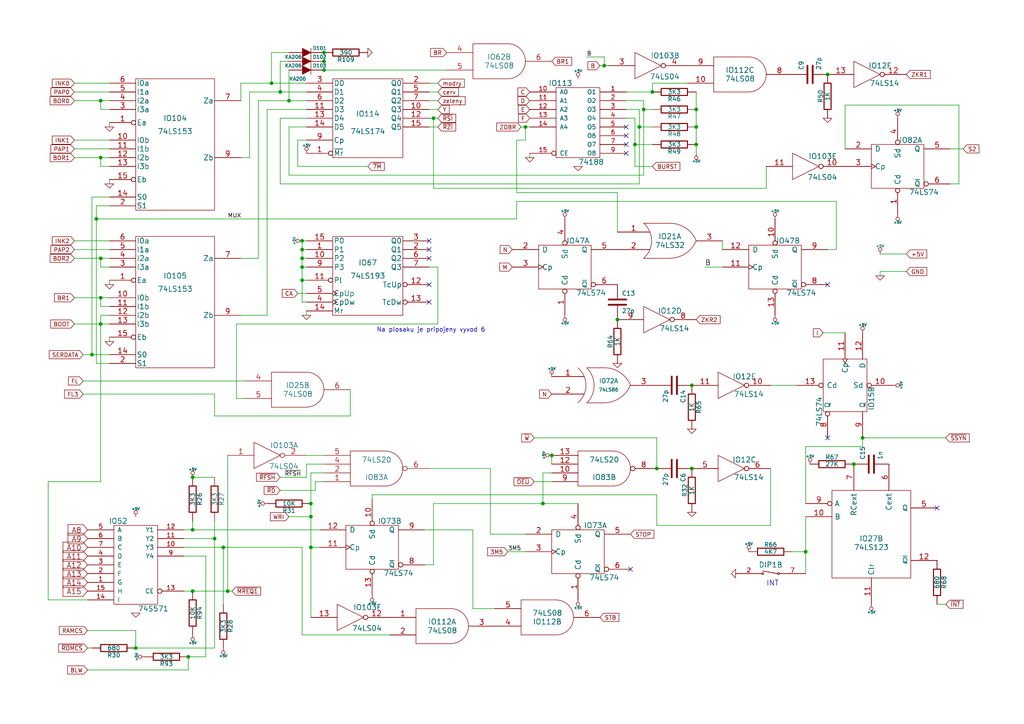
<source format=kicad_sch>
(kicad_sch (version 20211123) (generator eeschema)
  (paper "A4")
  (title_block (title "Mistrum Home Computer") (date "11 mar 2012") (rev "1.0") (company "Cassonic s.ro."))
  (junction (at 152.4 36.83))
  (junction (at 66.04 171.45))
  (junction (at 55.88 171.45))
  (junction (at 175.26 19.05))
  (junction (at 90.17 149.86))
  (junction (at 93.98 17.78))
  (junction (at 157.48 146.05))
  (junction (at 64.77 158.75))
  (junction (at 186.69 31.75))
  (junction (at 250.19 127))
  (junction (at 189.23 26.67))
  (junction (at 240.03 21.59))
  (junction (at 54.61 190.5))
  (junction (at 247.65 134.62))
  (junction (at 29.21 93.98))
  (junction (at 184.15 41.91))
  (junction (at 201.93 31.75))
  (junction (at 93.98 15.24))
  (junction (at 78.74 24.13))
  (junction (at 160.02 132.08))
  (junction (at 185.42 36.83))
  (junction (at 201.93 41.91))
  (junction (at 62.23 156.21))
  (junction (at 83.82 29.21))
  (junction (at 39.37 187.96))
  (junction (at 200.66 111.76))
  (junction (at 87.63 69.85))
  (junction (at 200.66 135.89))
  (junction (at 190.5 135.89))
  (junction (at 29.21 45.72))
  (junction (at 27.94 63.5))
  (junction (at 29.21 74.93))
  (junction (at 87.63 81.28))
  (junction (at 26.67 102.87))
  (junction (at 90.17 146.05))
  (junction (at 87.63 74.93))
  (junction (at 87.63 72.39))
  (junction (at 55.88 138.43))
  (junction (at 81.28 26.67))
  (junction (at 201.93 36.83))
  (junction (at 29.21 86.36))
  (junction (at 93.98 20.32))
  (junction (at 233.68 160.02))
  (junction (at 90.17 158.75))
  (junction (at 29.21 29.21))
  (junction (at 87.63 77.47))
  (junction (at 179.07 92.71))
  (junction (at 55.88 153.67))
  (junction (at 125.73 34.29))
  (no_connect (at 124.46 74.93))
  (no_connect (at 271.78 147.32))
  (no_connect (at 124.46 87.63))
  (no_connect (at 182.88 165.1))
  (no_connect (at 181.61 36.83))
  (no_connect (at 181.61 44.45))
  (no_connect (at 181.61 39.37))
  (no_connect (at 124.46 69.85))
  (no_connect (at 240.03 127))
  (no_connect (at 181.61 41.91))
  (no_connect (at 240.03 82.55))
  (no_connect (at 124.46 82.55))
  (no_connect (at 124.46 72.39))
  (wire (pts (xy 55.88 171.45) (xy 66.04 171.45)))
  (wire (pts (xy 186.69 31.75) (xy 186.69 50.8)))
  (wire (pts (xy 201.93 26.67) (xy 201.93 31.75)))
  (wire (pts (xy 209.55 69.85) (xy 209.55 72.39)))
  (wire (pts (xy 31.75 35.56) (xy 31.75 36.83)))
  (wire (pts (xy 31.75 105.41) (xy 27.94 105.41)))
  (wire (pts (xy 242.57 72.39) (xy 242.57 58.42)))
  (wire (pts (xy 278.13 53.34) (xy 275.59 53.34)))
  (wire (pts (xy 173.99 19.05) (xy 175.26 19.05)))
  (wire (pts (xy 127 77.47) (xy 127 93.98)))
  (wire (pts (xy 59.69 161.29) (xy 59.69 190.5)))
  (wire (pts (xy 90.17 146.05) (xy 90.17 137.16)))
  (wire (pts (xy 13.97 173.99) (xy 25.4 173.99)))
  (wire (pts (xy 185.42 31.75) (xy 181.61 31.75)))
  (wire (pts (xy 88.9 134.62) (xy 93.98 134.62)))
  (wire (pts (xy 31.75 29.21) (xy 29.21 29.21)))
  (wire (pts (xy 124.46 36.83) (xy 127 36.83)))
  (wire (pts (xy 81.28 53.34) (xy 81.28 34.29)))
  (wire (pts (xy 88.9 85.09) (xy 86.36 85.09)))
  (wire (pts (xy 142.24 154.94) (xy 142.24 135.89)))
  (wire (pts (xy 233.68 166.37) (xy 233.68 160.02)))
  (wire (pts (xy 31.75 69.85) (xy 21.59 69.85)))
  (wire (pts (xy 90.17 149.86) (xy 83.82 149.86)))
  (wire (pts (xy 190.5 127) (xy 190.5 135.89)))
  (wire (pts (xy 13.97 173.99) (xy 13.97 139.7)))
  (wire (pts (xy 189.23 31.75) (xy 186.69 31.75)))
  (wire (pts (xy 186.69 29.21) (xy 186.69 31.75)))
  (wire (pts (xy 86.36 48.26) (xy 106.68 48.26)))
  (wire (pts (xy 209.55 77.47) (xy 204.47 77.47)))
  (wire (pts (xy 29.21 93.98) (xy 29.21 91.44)))
  (wire (pts (xy 157.48 146.05) (xy 167.64 146.05)))
  (wire (pts (xy 83.82 50.8) (xy 83.82 36.83)))
  (wire (pts (xy 64.77 158.75) (xy 64.77 175.26)))
  (wire (pts (xy 81.28 26.67) (xy 88.9 26.67)))
  (wire (pts (xy 83.82 20.32) (xy 83.82 29.21)))
  (wire (pts (xy 87.63 184.15) (xy 87.63 158.75)))
  (wire (pts (xy 77.47 91.44) (xy 69.85 91.44)))
  (wire (pts (xy 87.63 72.39) (xy 88.9 72.39)))
  (wire (pts (xy 149.86 40.64) (xy 152.4 40.64)))
  (wire (pts (xy 152.4 40.64) (xy 152.4 36.83)))
  (wire (pts (xy 29.21 29.21) (xy 29.21 31.75)))
  (wire (pts (xy 233.68 146.05) (xy 233.68 129.54)))
  (wire (pts (xy 62.23 114.3) (xy 62.23 120.65)))
  (wire (pts (xy 88.9 40.64) (xy 86.36 40.64)))
  (wire (pts (xy 222.25 48.26) (xy 222.25 54.61)))
  (wire (pts (xy 55.88 153.67) (xy 53.34 153.67)))
  (wire (pts (xy 124.46 29.21) (xy 127 29.21)))
  (wire (pts (xy 149.86 58.42) (xy 149.86 63.5)))
  (wire (pts (xy 186.69 50.8) (xy 83.82 50.8)))
  (wire (pts (xy 201.93 41.91) (xy 201.93 44.45)))
  (wire (pts (xy 62.23 156.21) (xy 53.34 156.21)))
  (wire (pts (xy 74.93 29.21) (xy 83.82 29.21)))
  (wire (pts (xy 157.48 137.16) (xy 157.48 146.05)))
  (wire (pts (xy 137.16 153.67) (xy 137.16 176.53)))
  (wire (pts (xy 55.88 153.67) (xy 55.88 151.13)))
  (wire (pts (xy 142.24 135.89) (xy 124.46 135.89)))
  (wire (pts (xy 53.34 161.29) (xy 59.69 161.29)))
  (wire (pts (xy 13.97 139.7) (xy 29.21 139.7)))
  (wire (pts (xy 278.13 30.48) (xy 278.13 53.34)))
  (wire (pts (xy 92.71 153.67) (xy 55.88 153.67)))
  (wire (pts (xy 124.46 77.47) (xy 127 77.47)))
  (wire (pts (xy 78.74 15.24) (xy 78.74 24.13)))
  (wire (pts (xy 93.98 20.32) (xy 129.54 20.32)))
  (wire (pts (xy 31.75 77.47) (xy 29.21 77.47)))
  (wire (pts (xy 184.15 48.26) (xy 189.23 48.26)))
  (wire (pts (xy 88.9 24.13) (xy 78.74 24.13)))
  (wire (pts (xy 93.98 17.78) (xy 93.98 20.32)))
  (wire (pts (xy 179.07 55.88) (xy 149.86 55.88)))
  (wire (pts (xy 149.86 63.5) (xy 27.94 63.5)))
  (wire (pts (xy 179.07 67.31) (xy 179.07 55.88)))
  (wire (pts (xy 242.57 58.42) (xy 149.86 58.42)))
  (wire (pts (xy 29.21 77.47) (xy 29.21 74.93)))
  (wire (pts (xy 175.26 19.05) (xy 176.53 19.05)))
  (wire (pts (xy 81.28 142.24) (xy 91.44 142.24)))
  (wire (pts (xy 184.15 34.29) (xy 184.15 41.91)))
  (wire (pts (xy 29.21 93.98) (xy 21.59 93.98)))
  (wire (pts (xy 66.04 171.45) (xy 66.04 132.08)))
  (wire (pts (xy 233.68 160.02) (xy 233.68 149.86)))
  (wire (pts (xy 62.23 187.96) (xy 39.37 187.96)))
  (wire (pts (xy 39.37 182.88) (xy 25.4 182.88)))
  (wire (pts (xy 24.13 102.87) (xy 26.67 102.87)))
  (wire (pts (xy 26.67 57.15) (xy 31.75 57.15)))
  (wire (pts (xy 72.39 26.67) (xy 81.28 26.67)))
  (wire (pts (xy 29.21 48.26) (xy 29.21 45.72)))
  (wire (pts (xy 90.17 149.86) (xy 90.17 146.05)))
  (wire (pts (xy 255.27 73.66) (xy 262.89 73.66)))
  (wire (pts (xy 88.9 81.28) (xy 87.63 81.28)))
  (wire (pts (xy 31.75 74.93) (xy 29.21 74.93)))
  (wire (pts (xy 223.52 111.76) (xy 231.14 111.76)))
  (wire (pts (xy 181.61 26.67) (xy 189.23 26.67)))
  (wire (pts (xy 91.44 139.7) (xy 93.98 139.7)))
  (wire (pts (xy 201.93 36.83) (xy 201.93 41.91)))
  (wire (pts (xy 27.94 63.5) (xy 27.94 59.69)))
  (wire (pts (xy 185.42 53.34) (xy 81.28 53.34)))
  (wire (pts (xy 87.63 81.28) (xy 87.63 87.63)))
  (wire (pts (xy 154.94 127) (xy 190.5 127)))
  (wire (pts (xy 124.46 26.67) (xy 127 26.67)))
  (wire (pts (xy 107.95 143.51) (xy 190.5 143.51)))
  (wire (pts (xy 245.11 43.18) (xy 245.11 30.48)))
  (wire (pts (xy 88.9 77.47) (xy 87.63 77.47)))
  (wire (pts (xy 107.95 144.78) (xy 107.95 143.51)))
  (wire (pts (xy 31.75 72.39) (xy 21.59 72.39)))
  (wire (pts (xy 185.42 53.34) (xy 185.42 36.83)))
  (wire (pts (xy 87.63 74.93) (xy 87.63 77.47)))
  (wire (pts (xy 181.61 34.29) (xy 184.15 34.29)))
  (wire (pts (xy 229.87 160.02) (xy 233.68 160.02)))
  (wire (pts (xy 31.75 24.13) (xy 21.59 24.13)))
  (wire (pts (xy 29.21 29.21) (xy 21.59 29.21)))
  (wire (pts (xy 62.23 151.13) (xy 62.23 156.21)))
  (wire (pts (xy 91.44 142.24) (xy 91.44 139.7)))
  (wire (pts (xy 152.4 154.94) (xy 142.24 154.94)))
  (wire (pts (xy 274.32 127) (xy 250.19 127)))
  (wire (pts (xy 160.02 139.7) (xy 154.94 139.7)))
  (wire (pts (xy 170.18 16.51) (xy 175.26 16.51)))
  (wire (pts (xy 151.13 36.83) (xy 152.4 36.83)))
  (wire (pts (xy 29.21 86.36) (xy 21.59 86.36)))
  (wire (pts (xy 72.39 45.72) (xy 72.39 26.67)))
  (wire (pts (xy 29.21 88.9) (xy 31.75 88.9)))
  (wire (pts (xy 250.19 129.54) (xy 250.19 127)))
  (wire (pts (xy 93.98 15.24) (xy 93.98 17.78)))
  (wire (pts (xy 125.73 163.83) (xy 125.73 146.05)))
  (wire (pts (xy 125.73 146.05) (xy 157.48 146.05)))
  (wire (pts (xy 189.23 26.67) (xy 189.23 24.13)))
  (wire (pts (xy 26.67 102.87) (xy 31.75 102.87)))
  (wire (pts (xy 87.63 72.39) (xy 87.63 74.93)))
  (wire (pts (xy 88.9 69.85) (xy 87.63 69.85)))
  (wire (pts (xy 26.67 102.87) (xy 26.67 57.15)))
  (wire (pts (xy 90.17 158.75) (xy 90.17 149.86)))
  (wire (pts (xy 271.78 175.26) (xy 274.32 175.26)))
  (wire (pts (xy 31.75 93.98) (xy 29.21 93.98)))
  (wire (pts (xy 24.13 114.3) (xy 62.23 114.3)))
  (wire (pts (xy 240.03 72.39) (xy 242.57 72.39)))
  (wire (pts (xy 201.93 31.75) (xy 201.93 36.83)))
  (wire (pts (xy 31.75 26.67) (xy 21.59 26.67)))
  (wire (pts (xy 88.9 31.75) (xy 77.47 31.75)))
  (wire (pts (xy 81.28 17.78) (xy 83.82 17.78)))
  (wire (pts (xy 185.42 36.83) (xy 185.42 31.75)))
  (wire (pts (xy 124.46 24.13) (xy 127 24.13)))
  (wire (pts (xy 101.6 120.65) (xy 101.6 113.03)))
  (wire (pts (xy 64.77 158.75) (xy 53.34 158.75)))
  (wire (pts (xy 181.61 29.21) (xy 186.69 29.21)))
  (wire (pts (xy 88.9 74.93) (xy 87.63 74.93)))
  (wire (pts (xy 29.21 86.36) (xy 29.21 88.9)))
  (wire (pts (xy 71.12 110.49) (xy 24.13 110.49)))
  (wire (pts (xy 27.94 105.41) (xy 27.94 63.5)))
  (wire (pts (xy 31.75 40.64) (xy 21.59 40.64)))
  (wire (pts (xy 78.74 24.13) (xy 69.85 24.13)))
  (wire (pts (xy 125.73 54.61) (xy 125.73 34.29)))
  (wire (pts (xy 31.75 82.55) (xy 31.75 81.28)))
  (wire (pts (xy 88.9 138.43) (xy 88.9 134.62)))
  (wire (pts (xy 127 93.98) (xy 68.58 93.98)))
  (wire (pts (xy 90.17 179.07) (xy 90.17 158.75)))
  (wire (pts (xy 190.5 152.4) (xy 223.52 152.4)))
  (wire (pts (xy 25.4 194.31) (xy 54.61 194.31)))
  (wire (pts (xy 160.02 137.16) (xy 157.48 137.16)))
  (wire (pts (xy 59.69 190.5) (xy 54.61 190.5)))
  (wire (pts (xy 160.02 134.62) (xy 160.02 132.08)))
  (wire (pts (xy 29.21 139.7) (xy 29.21 93.98)))
  (wire (pts (xy 29.21 31.75) (xy 31.75 31.75)))
  (wire (pts (xy 233.68 129.54) (xy 250.19 129.54)))
  (wire (pts (xy 77.47 31.75) (xy 77.47 91.44)))
  (wire (pts (xy 123.19 163.83) (xy 125.73 163.83)))
  (wire (pts (xy 245.11 30.48) (xy 278.13 30.48)))
  (wire (pts (xy 31.75 97.79) (xy 31.75 99.06)))
  (wire (pts (xy 152.4 36.83) (xy 153.67 36.83)))
  (wire (pts (xy 69.85 24.13) (xy 69.85 29.21)))
  (wire (pts (xy 87.63 87.63) (xy 88.9 87.63)))
  (wire (pts (xy 83.82 15.24) (xy 78.74 15.24)))
  (wire (pts (xy 62.23 156.21) (xy 62.23 187.96)))
  (wire (pts (xy 92.71 158.75) (xy 90.17 158.75)))
  (wire (pts (xy 113.03 184.15) (xy 87.63 184.15)))
  (wire (pts (xy 31.75 45.72) (xy 29.21 45.72)))
  (wire (pts (xy 39.37 187.96) (xy 39.37 182.88)))
  (wire (pts (xy 81.28 26.67) (xy 81.28 17.78)))
  (wire (pts (xy 83.82 36.83) (xy 88.9 36.83)))
  (wire (pts (xy 53.34 171.45) (xy 55.88 171.45)))
  (wire (pts (xy 223.52 152.4) (xy 223.52 135.89)))
  (wire (pts (xy 87.63 69.85) (xy 87.63 72.39)))
  (wire (pts (xy 137.16 176.53) (xy 143.51 176.53)))
  (wire (pts (xy 245.11 96.52) (xy 238.76 96.52)))
  (wire (pts (xy 255.27 78.74) (xy 255.27 80.01)))
  (wire (pts (xy 262.89 78.74) (xy 255.27 78.74)))
  (wire (pts (xy 62.23 120.65) (xy 101.6 120.65)))
  (wire (pts (xy 81.28 34.29) (xy 88.9 34.29)))
  (wire (pts (xy 152.4 160.02) (xy 147.32 160.02)))
  (wire (pts (xy 83.82 29.21) (xy 88.9 29.21)))
  (wire (pts (xy 68.58 93.98) (xy 68.58 115.57)))
  (wire (pts (xy 31.75 43.18) (xy 21.59 43.18)))
  (wire (pts (xy 66.04 171.45) (xy 67.31 171.45)))
  (wire (pts (xy 222.25 54.61) (xy 125.73 54.61)))
  (wire (pts (xy 125.73 34.29) (xy 127 34.29)))
  (wire (pts (xy 189.23 41.91) (xy 184.15 41.91)))
  (wire (pts (xy 90.17 137.16) (xy 93.98 137.16)))
  (wire (pts (xy 25.4 187.96) (xy 26.67 187.96)))
  (wire (pts (xy 69.85 45.72) (xy 72.39 45.72)))
  (wire (pts (xy 81.28 138.43) (xy 88.9 138.43)))
  (wire (pts (xy 175.26 16.51) (xy 175.26 19.05)))
  (wire (pts (xy 68.58 115.57) (xy 71.12 115.57)))
  (wire (pts (xy 275.59 43.18) (xy 279.4 43.18)))
  (wire (pts (xy 86.36 40.64) (xy 86.36 48.26)))
  (wire (pts (xy 124.46 31.75) (xy 127 31.75)))
  (wire (pts (xy 124.46 34.29) (xy 125.73 34.29)))
  (wire (pts (xy 190.5 143.51) (xy 190.5 152.4)))
  (wire (pts (xy 31.75 52.07) (xy 31.75 53.34)))
  (wire (pts (xy 31.75 48.26) (xy 29.21 48.26)))
  (wire (pts (xy 189.23 24.13) (xy 199.39 24.13)))
  (wire (pts (xy 87.63 158.75) (xy 64.77 158.75)))
  (wire (pts (xy 29.21 91.44) (xy 31.75 91.44)))
  (wire (pts (xy 149.86 55.88) (xy 149.86 40.64)))
  (wire (pts (xy 88.9 132.08) (xy 93.98 132.08)))
  (wire (pts (xy 69.85 74.93) (xy 74.93 74.93)))
  (wire (pts (xy 29.21 45.72) (xy 21.59 45.72)))
  (wire (pts (xy 153.67 44.45) (xy 153.67 45.72)))
  (wire (pts (xy 88.9 90.17) (xy 88.9 91.44)))
  (wire (pts (xy 31.75 86.36) (xy 29.21 86.36)))
  (wire (pts (xy 54.61 194.31) (xy 54.61 190.5)))
  (wire (pts (xy 123.19 153.67) (xy 137.16 153.67)))
  (wire (pts (xy 87.63 77.47) (xy 87.63 81.28)))
  (wire (pts (xy 29.21 74.93) (xy 21.59 74.93)))
  (wire (pts (xy 184.15 41.91) (xy 184.15 48.26)))
  (wire (pts (xy 55.88 138.43) (xy 62.23 138.43)))
  (wire (pts (xy 185.42 36.83) (xy 189.23 36.83)))
  (wire (pts (xy 74.93 74.93) (xy 74.93 29.21)))
  (wire (pts (xy 27.94 59.69) (xy 31.75 59.69)))
  (text "Na plosaku je pripojeny vyvod 6" (at 109.22 96.52 0) (effects (font (size 1.27 1.27)) (justify left bottom)))
  (text "INT" (at 222.25 170.18 0) (effects (font (size 1.524 1.524)) (justify left bottom)))
  (label "3M5" (at 147.32 160.02 0) (effects (font (size 1.1938 1.1938))))
  (label "~{RFSH}" (at 82.55 138.43 0) (effects (font (size 1.1938 1.1938))))
  (label "B" (at 170.18 16.51 0) (effects (font (size 1.1938 1.1938))))
  (label "MUX" (at 66.04 63.5 0) (effects (font (size 1.1938 1.1938))))
  (label "B" (at 204.47 77.47 0) (effects (font (size 1.524 1.524))))
  (global_label "B" (shape input) (at 173.99 19.05 180) (effects (font (size 1.1938 1.1938))) (property "Intersheet References" "${INTERSHEET_REFS}" (effects hide)))
  (global_label "SERDATA" (shape input) (at 24.13 102.87 180) (effects (font (size 1.1938 1.1938))) (property "Intersheet References" "${INTERSHEET_REFS}" (effects hide)))
  (global_label "A13" (shape input) (at 25.4 166.37 180) (effects (font (size 1.524 1.524))) (property "Intersheet References" "${INTERSHEET_REFS}" (effects hide)))
  (global_label "PAP2" (shape input) (at 21.59 72.39 180) (effects (font (size 1.1938 1.1938))) (property "Intersheet References" "${INTERSHEET_REFS}" (effects hide)))
  (global_label "~{OEU}" (shape input) (at 154.94 139.7 180) (effects (font (size 1.1938 1.1938))) (property "Intersheet References" "${INTERSHEET_REFS}" (effects hide)))
  (global_label "FL3" (shape input) (at 24.13 114.3 180) (effects (font (size 1.1938 1.1938))) (property "Intersheet References" "${INTERSHEET_REFS}" (effects hide)))
  (global_label "3M5" (shape input) (at 147.32 160.02 180) (effects (font (size 1.1938 1.1938))) (property "Intersheet References" "${INTERSHEET_REFS}" (effects hide)))
  (global_label "A14" (shape input) (at 25.4 168.91 180) (effects (font (size 1.524 1.524))) (property "Intersheet References" "${INTERSHEET_REFS}" (effects hide)))
  (global_label "BR1" (shape input) (at 160.02 17.78 0) (effects (font (size 1.1938 1.1938))) (property "Intersheet References" "${INTERSHEET_REFS}" (effects hide)))
  (global_label "~{SSYN}" (shape input) (at 274.32 127 0) (effects (font (size 1.1938 1.1938))) (property "Intersheet References" "${INTERSHEET_REFS}" (effects hide)))
  (global_label "cerv" (shape input) (at 127 26.67 0) (effects (font (size 1.1938 1.1938))) (property "Intersheet References" "${INTERSHEET_REFS}" (effects hide)))
  (global_label "~{RZI}" (shape input) (at 127 36.83 0) (effects (font (size 1.1938 1.1938))) (property "Intersheet References" "${INTERSHEET_REFS}" (effects hide)))
  (global_label "ZKR2" (shape input) (at 201.93 92.71 0) (effects (font (size 1.1938 1.1938))) (property "Intersheet References" "${INTERSHEET_REFS}" (effects hide)))
  (global_label "A15" (shape input) (at 25.4 171.45 180) (effects (font (size 1.524 1.524))) (property "Intersheet References" "${INTERSHEET_REFS}" (effects hide)))
  (global_label "ZOBR" (shape input) (at 151.13 36.83 180) (effects (font (size 1.1938 1.1938))) (property "Intersheet References" "${INTERSHEET_REFS}" (effects hide)))
  (global_label "~{7M}" (shape input) (at 106.68 48.26 0) (effects (font (size 1.1938 1.1938))) (property "Intersheet References" "${INTERSHEET_REFS}" (effects hide)))
  (global_label "~{MREQ1}" (shape input) (at 67.31 171.45 0) (effects (font (size 1.1938 1.1938))) (property "Intersheet References" "${INTERSHEET_REFS}" (effects hide)))
  (global_label "I" (shape input) (at 238.76 96.52 180) (effects (font (size 1.1938 1.1938))) (property "Intersheet References" "${INTERSHEET_REFS}" (effects hide)))
  (global_label "Y" (shape input) (at 127 31.75 0) (effects (font (size 1.1938 1.1938))) (property "Intersheet References" "${INTERSHEET_REFS}" (effects hide)))
  (global_label "RAMCS" (shape input) (at 25.4 182.88 180) (effects (font (size 1.1938 1.1938))) (property "Intersheet References" "${INTERSHEET_REFS}" (effects hide)))
  (global_label "M" (shape input) (at 148.59 77.47 180) (effects (font (size 1.1938 1.1938))) (property "Intersheet References" "${INTERSHEET_REFS}" (effects hide)))
  (global_label "BR" (shape input) (at 129.54 15.24 180) (effects (font (size 1.1938 1.1938))) (property "Intersheet References" "${INTERSHEET_REFS}" (effects hide)))
  (global_label "PAP1" (shape input) (at 21.59 43.18 180) (effects (font (size 1.1938 1.1938))) (property "Intersheet References" "${INTERSHEET_REFS}" (effects hide)))
  (global_label "E" (shape input) (at 153.67 31.75 180) (effects (font (size 1.1938 1.1938))) (property "Intersheet References" "${INTERSHEET_REFS}" (effects hide)))
  (global_label "BOOT" (shape input) (at 21.59 93.98 180) (effects (font (size 1.1938 1.1938))) (property "Intersheet References" "${INTERSHEET_REFS}" (effects hide)))
  (global_label "A9" (shape input) (at 25.4 156.21 180) (effects (font (size 1.524 1.524))) (property "Intersheet References" "${INTERSHEET_REFS}" (effects hide)))
  (global_label "BOR2" (shape input) (at 21.59 74.93 180) (effects (font (size 1.1938 1.1938))) (property "Intersheet References" "${INTERSHEET_REFS}" (effects hide)))
  (global_label "A12" (shape input) (at 25.4 163.83 180) (effects (font (size 1.524 1.524))) (property "Intersheet References" "${INTERSHEET_REFS}" (effects hide)))
  (global_label "A11" (shape input) (at 25.4 161.29 180) (effects (font (size 1.524 1.524))) (property "Intersheet References" "${INTERSHEET_REFS}" (effects hide)))
  (global_label "S2" (shape input) (at 279.4 43.18 0) (effects (font (size 1.1938 1.1938))) (property "Intersheet References" "${INTERSHEET_REFS}" (effects hide)))
  (global_label "zeleny" (shape input) (at 127 29.21 0) (effects (font (size 1.1938 1.1938))) (property "Intersheet References" "${INTERSHEET_REFS}" (effects hide)))
  (global_label "BURST" (shape input) (at 189.23 48.26 0) (effects (font (size 1.1938 1.1938))) (property "Intersheet References" "${INTERSHEET_REFS}" (effects hide)))
  (global_label "A8" (shape input) (at 25.4 153.67 180) (effects (font (size 1.524 1.524))) (property "Intersheet References" "${INTERSHEET_REFS}" (effects hide)))
  (global_label "BR1" (shape input) (at 21.59 86.36 180) (effects (font (size 1.1938 1.1938))) (property "Intersheet References" "${INTERSHEET_REFS}" (effects hide)))
  (global_label "GND" (shape input) (at 262.89 78.74 0) (effects (font (size 1.1938 1.1938))) (property "Intersheet References" "${INTERSHEET_REFS}" (effects hide)))
  (global_label "C" (shape input) (at 153.67 26.67 180) (effects (font (size 1.1938 1.1938))) (property "Intersheet References" "${INTERSHEET_REFS}" (effects hide)))
  (global_label "BOR1" (shape input) (at 21.59 45.72 180) (effects (font (size 1.1938 1.1938))) (property "Intersheet References" "${INTERSHEET_REFS}" (effects hide)))
  (global_label "~{RSI}" (shape input) (at 127 34.29 0) (effects (font (size 1.1938 1.1938))) (property "Intersheet References" "${INTERSHEET_REFS}" (effects hide)))
  (global_label "STB" (shape input) (at 173.99 179.07 0) (effects (font (size 1.1938 1.1938))) (property "Intersheet References" "${INTERSHEET_REFS}" (effects hide)))
  (global_label "N" (shape input) (at 160.02 114.3 180) (effects (font (size 1.1938 1.1938))) (property "Intersheet References" "${INTERSHEET_REFS}" (effects hide)))
  (global_label "+5V" (shape input) (at 262.89 73.66 0) (effects (font (size 1.1938 1.1938))) (property "Intersheet References" "${INTERSHEET_REFS}" (effects hide)))
  (global_label "FL" (shape input) (at 24.13 110.49 180) (effects (font (size 1.1938 1.1938))) (property "Intersheet References" "${INTERSHEET_REFS}" (effects hide)))
  (global_label "A10" (shape input) (at 25.4 158.75 180) (effects (font (size 1.524 1.524))) (property "Intersheet References" "${INTERSHEET_REFS}" (effects hide)))
  (global_label "WRI" (shape input) (at 83.82 149.86 180) (effects (font (size 1.1938 1.1938))) (property "Intersheet References" "${INTERSHEET_REFS}" (effects hide)))
  (global_label "~{INT}" (shape input) (at 274.32 175.26 0) (effects (font (size 1.1938 1.1938))) (property "Intersheet References" "${INTERSHEET_REFS}" (effects hide)))
  (global_label "N" (shape input) (at 148.59 72.39 180) (effects (font (size 1.1938 1.1938))) (property "Intersheet References" "${INTERSHEET_REFS}" (effects hide)))
  (global_label "~{RFSH}" (shape input) (at 81.28 138.43 180) (effects (font (size 1.1938 1.1938))) (property "Intersheet References" "${INTERSHEET_REFS}" (effects hide)))
  (global_label "ZKR1" (shape input) (at 262.89 21.59 0) (effects (font (size 1.1938 1.1938))) (property "Intersheet References" "${INTERSHEET_REFS}" (effects hide)))
  (global_label "~{RD}" (shape input) (at 81.28 142.24 180) (effects (font (size 1.1938 1.1938))) (property "Intersheet References" "${INTERSHEET_REFS}" (effects hide)))
  (global_label "PAP0" (shape input) (at 21.59 26.67 180) (effects (font (size 1.1938 1.1938))) (property "Intersheet References" "${INTERSHEET_REFS}" (effects hide)))
  (global_label "F" (shape input) (at 153.67 34.29 180) (effects (font (size 1.1938 1.1938))) (property "Intersheet References" "${INTERSHEET_REFS}" (effects hide)))
  (global_label "INK0" (shape input) (at 21.59 24.13 180) (effects (font (size 1.1938 1.1938))) (property "Intersheet References" "${INTERSHEET_REFS}" (effects hide)))
  (global_label "modry" (shape input) (at 127 24.13 0) (effects (font (size 1.1938 1.1938))) (property "Intersheet References" "${INTERSHEET_REFS}" (effects hide)))
  (global_label "BLW" (shape input) (at 25.4 194.31 180) (effects (font (size 1.1938 1.1938))) (property "Intersheet References" "${INTERSHEET_REFS}" (effects hide)))
  (global_label "~{ROMCS}" (shape input) (at 25.4 187.96 180) (effects (font (size 1.1938 1.1938))) (property "Intersheet References" "${INTERSHEET_REFS}" (effects hide)))
  (global_label "BOR0" (shape input) (at 21.59 29.21 180) (effects (font (size 1.1938 1.1938))) (property "Intersheet References" "${INTERSHEET_REFS}" (effects hide)))
  (global_label "CA" (shape input) (at 86.36 85.09 180) (effects (font (size 1.1938 1.1938))) (property "Intersheet References" "${INTERSHEET_REFS}" (effects hide)))
  (global_label "D" (shape input) (at 153.67 29.21 180) (effects (font (size 1.1938 1.1938))) (property "Intersheet References" "${INTERSHEET_REFS}" (effects hide)))
  (global_label "STOP" (shape input) (at 182.88 154.94 0) (effects (font (size 1.1938 1.1938))) (property "Intersheet References" "${INTERSHEET_REFS}" (effects hide)))
  (global_label "~{W}" (shape input) (at 154.94 127 180) (effects (font (size 1.1938 1.1938))) (property "Intersheet References" "${INTERSHEET_REFS}" (effects hide)))
  (global_label "INK2" (shape input) (at 21.59 69.85 180) (effects (font (size 1.1938 1.1938))) (property "Intersheet References" "${INTERSHEET_REFS}" (effects hide)))
  (global_label "INK1" (shape input) (at 21.59 40.64 180) (effects (font (size 1.1938 1.1938))) (property "Intersheet References" "${INTERSHEET_REFS}" (effects hide)))
  (symbol (lib_id "mistrum-rescue:74LS153") (at 50.8 41.91 0) (unit 1)
    (property "Reference" "IO104" (at 50.8 34.29 0) (effects (font (size 1.524 1.524))))
    (property "Value" "74LS153" (at 50.8 38.1 0) (effects (font (size 1.524 1.524))))
    (property "Footprint" "Package_DIP:DIP-16_W7.62mm" (effects hide))
  )
  (symbol (lib_id "mistrum-rescue:74LS153") (at 50.8 87.63 0) (unit 1)
    (property "Reference" "IO105" (at 50.8 80.01 0) (effects (font (size 1.524 1.524))))
    (property "Value" "74LS153" (at 50.8 83.82 0) (effects (font (size 1.524 1.524))))
    (property "Footprint" "Package_DIP:DIP-16_W7.62mm" (effects hide))
  )
  (symbol (lib_id "mistrum-rescue:74LS174") (at 106.68 34.29 0) (unit 1)
    (property "Reference" "IO114" (at 106.68 33.02 0) (effects (font (size 1.524 1.524))))
    (property "Value" "74LS174" (at 106.68 38.1 0) (effects (font (size 1.524 1.524))))
    (property "Footprint" "Package_DIP:DIP-16_W7.62mm" (effects hide))
  )
  (symbol (lib_id "mistrum-rescue:74LS193") (at 106.68 80.01 0) (unit 1)
    (property "Reference" "IO67" (at 106.68 76.2 0) (effects (font (size 1.524 1.524))))
    (property "Value" "74LS193" (at 106.68 80.01 0) (effects (font (size 1.524 1.524))))
    (property "Footprint" "Package_DIP:DIP-16_W7.62mm" (effects hide))
  )
  (symbol (lib_id "mistrum-rescue:74188") (at 167.64 35.56 0) (unit 1)
    (property "Reference" "IO113" (at 162.56 24.13 0) (effects (font (size 1.524 1.524))))
    (property "Value" "74188" (at 171.45 46.99 0) (effects (font (size 1.524 1.524))))
    (property "Footprint" "Package_DIP:DIP-16_W7.62mm" (effects hide))
  )
  (symbol (lib_id "mistrum-rescue:74LS74") (at 163.83 77.47 0) (unit 1)
    (property "Reference" "IO47" (at 167.64 69.85 0) (effects (font (size 1.524 1.524))))
    (property "Value" "74LS74" (at 171.45 84.963 0) (effects (font (size 1.524 1.524))))
    (property "Footprint" "Package_DIP:DIP-14_W7.62mm" (effects hide))
  )
  (symbol (lib_id "mistrum-rescue:74LS74") (at 224.79 77.47 0) (unit 2)
    (property "Reference" "IO47" (at 228.6 69.85 0) (effects (font (size 1.524 1.524))))
    (property "Value" "74LS74" (at 232.41 84.963 0) (effects (font (size 1.524 1.524))))
    (property "Footprint" "Package_DIP:DIP-14_W7.62mm" (effects hide))
  )
  (symbol (lib_id "mistrum-rescue:74LS04") (at 187.96 19.05 0) (unit 2)
    (property "Reference" "IO103" (at 192.913 16.129 0) (effects (font (size 1.524 1.524))))
    (property "Value" "74LS04" (at 192.786 22.225 0) (effects (font (size 1.524 1.524))))
    (property "Footprint" "Package_DIP:DIP-14_W7.62mm" (effects hide))
  )
  (symbol (lib_id "mistrum-rescue:74LS08") (at 214.63 21.59 0) (unit 3)
    (property "Reference" "IO112" (at 214.63 20.32 0) (effects (font (size 1.524 1.524))))
    (property "Value" "74LS08" (at 214.63 22.86 0) (effects (font (size 1.524 1.524))))
    (property "Footprint" "Package_DIP:DIP-14_W7.62mm" (effects hide))
  )
  (symbol (lib_id "mistrum-rescue:74LS14") (at 251.46 21.59 0) (unit 6)
    (property "Reference" "IO12" (at 255.27 19.05 0) (effects (font (size 1.524 1.524))))
    (property "Value" "74LS14" (at 256.54 24.13 0) (effects (font (size 1.524 1.524))))
    (property "Footprint" "Package_DIP:DIP-14_W7.62mm" (effects hide))
  )
  (symbol (lib_id "mistrum-rescue:74LS14") (at 190.5 92.71 0) (unit 4)
    (property "Reference" "IO12" (at 194.31 90.17 0) (effects (font (size 1.524 1.524))))
    (property "Value" "74LS14" (at 195.58 95.25 0) (effects (font (size 1.524 1.524))))
    (property "Footprint" "Package_DIP:DIP-14_W7.62mm" (effects hide))
  )
  (symbol (lib_id "mistrum-rescue:74LS32") (at 194.31 69.85 0) (unit 1)
    (property "Reference" "IO21" (at 194.31 68.58 0) (effects (font (size 1.524 1.524))))
    (property "Value" "74LS32" (at 194.31 71.12 0) (effects (font (size 1.524 1.524))))
    (property "Footprint" "Package_DIP:DIP-14_W7.62mm" (effects hide))
  )
  (symbol (lib_id "mistrum-rescue:74LS08") (at 86.36 113.03 0) (unit 2)
    (property "Reference" "IO25" (at 86.36 111.76 0) (effects (font (size 1.524 1.524))))
    (property "Value" "74LS08" (at 86.36 114.3 0) (effects (font (size 1.524 1.524))))
    (property "Footprint" "Package_DIP:DIP-14_W7.62mm" (effects hide))
  )
  (symbol (lib_id "mistrum-rescue:GND") (at 31.75 36.83 0) (unit 1)
    (property "Reference" "#PWR0146" (effects hide))
    (property "Value" "GND" (effects hide))
  )
  (symbol (lib_id "mistrum-rescue:GND") (at 31.75 53.34 0) (unit 1)
    (property "Reference" "#PWR0145" (effects hide))
    (property "Value" "GND" (effects hide))
  )
  (symbol (lib_id "mistrum-rescue:GND") (at 31.75 82.55 0) (unit 1)
    (property "Reference" "#PWR0144" (effects hide))
    (property "Value" "GND" (effects hide))
  )
  (symbol (lib_id "mistrum-rescue:GND") (at 31.75 99.06 0) (unit 1)
    (property "Reference" "#PWR0143" (effects hide))
    (property "Value" "GND" (effects hide))
  )
  (symbol (lib_id "mistrum-rescue:+5V") (at 88.9 44.45 0) (unit 1)
    (property "Reference" "#PWR0142" (effects hide))
    (property "Value" "+5V" (at 88.9 42.164 0) (effects (font (size 0.762 0.762))))
  )
  (symbol (lib_id "mistrum-rescue:GND") (at 153.67 45.72 0) (unit 1)
    (property "Reference" "#PWR0141" (effects hide))
    (property "Value" "GND" (effects hide))
  )
  (symbol (lib_id "mistrum-rescue:R") (at 195.58 26.67 270) (unit 1)
    (property "Reference" "R46" (at 195.58 28.702 90))
    (property "Value" "3K3" (at 195.58 26.67 90))
    (property "Footprint" "Resistor_THT:R_Axial_DIN0207_L6.3mm_D2.5mm_P7.62mm_Horizontal" (effects hide))
  )
  (symbol (lib_id "mistrum-rescue:R") (at 195.58 31.75 270) (unit 1)
    (property "Reference" "R47" (at 195.58 33.782 90))
    (property "Value" "3K3" (at 195.58 31.75 90))
    (property "Footprint" "Resistor_THT:R_Axial_DIN0207_L6.3mm_D2.5mm_P7.62mm_Horizontal" (effects hide))
  )
  (symbol (lib_id "mistrum-rescue:R") (at 195.58 36.83 270) (unit 1)
    (property "Reference" "R48" (at 195.58 38.862 90))
    (property "Value" "3K3" (at 195.58 36.83 90))
    (property "Footprint" "Resistor_THT:R_Axial_DIN0207_L6.3mm_D2.5mm_P7.62mm_Horizontal" (effects hide))
  )
  (symbol (lib_id "mistrum-rescue:R") (at 195.58 41.91 270) (unit 1)
    (property "Reference" "R49" (at 195.58 43.942 90))
    (property "Value" "3K3" (at 195.58 41.91 90))
    (property "Footprint" "Resistor_THT:R_Axial_DIN0207_L6.3mm_D2.5mm_P7.62mm_Horizontal" (effects hide))
  )
  (symbol (lib_id "mistrum-rescue:+5V") (at 201.93 44.45 180) (unit 1)
    (property "Reference" "#PWR0140" (effects hide))
    (property "Value" "+5V" (at 201.93 46.736 0) (effects (font (size 0.762 0.762))))
  )
  (symbol (lib_id "mistrum-rescue:C") (at 234.95 21.59 90) (unit 1)
    (property "Reference" "C9" (at 232.41 20.32 0) (effects (justify left)))
    (property "Value" "27p" (at 237.49 20.32 0) (effects (justify left)))
    (property "Footprint" "tesla_2:C_KER_7.5" (effects hide))
  )
  (symbol (lib_id "mistrum-rescue:R") (at 240.03 27.94 180) (unit 1)
    (property "Reference" "R50" (at 237.998 27.94 90))
    (property "Value" "1K" (at 240.03 27.94 90))
    (property "Footprint" "Resistor_THT:R_Axial_DIN0207_L6.3mm_D2.5mm_P7.62mm_Horizontal" (effects hide))
  )
  (symbol (lib_id "mistrum-rescue:GND") (at 240.03 34.29 0) (unit 1)
    (property "Reference" "#PWR0139" (effects hide))
    (property "Value" "GND" (effects hide))
  )
  (symbol (lib_id "mistrum-rescue:+5V") (at 87.63 69.85 90) (unit 1)
    (property "Reference" "#PWR0138" (effects hide))
    (property "Value" "+5V" (at 85.344 69.85 0) (effects (font (size 0.762 0.762))))
  )
  (symbol (lib_id "mistrum-rescue:GND") (at 88.9 91.44 0) (unit 1)
    (property "Reference" "#PWR0137" (effects hide))
    (property "Value" "GND" (effects hide))
  )
  (symbol (lib_id "mistrum-rescue:+5V") (at 163.83 63.5 0) (unit 1)
    (property "Reference" "#PWR0136" (effects hide))
    (property "Value" "+5V" (at 163.83 61.214 0) (effects (font (size 0.762 0.762))))
  )
  (symbol (lib_id "mistrum-rescue:+5V") (at 163.83 91.44 180) (unit 1)
    (property "Reference" "#PWR0135" (effects hide))
    (property "Value" "+5V" (at 163.83 93.726 0) (effects (font (size 0.762 0.762))))
  )
  (symbol (lib_id "mistrum-rescue:+5V") (at 224.79 63.5 0) (unit 1)
    (property "Reference" "#PWR0134" (effects hide))
    (property "Value" "+5V" (at 224.79 61.214 0) (effects (font (size 0.762 0.762))))
  )
  (symbol (lib_id "mistrum-rescue:+5V") (at 224.79 91.44 180) (unit 1)
    (property "Reference" "#PWR0133" (effects hide))
    (property "Value" "+5V" (at 224.79 93.726 0) (effects (font (size 0.762 0.762))))
  )
  (symbol (lib_id "mistrum-rescue:C") (at 179.07 87.63 0) (unit 1)
    (property "Reference" "C13" (at 180.34 85.09 0) (effects (justify left)))
    (property "Value" "27p" (at 180.34 90.17 0) (effects (justify left)))
    (property "Footprint" "Capacitor_THT:C_Disc_D4.3mm_W1.9mm_P5.00mm" (effects hide))
  )
  (symbol (lib_id "mistrum-rescue:R") (at 179.07 99.06 180) (unit 1)
    (property "Reference" "R64" (at 177.038 99.06 90))
    (property "Value" "1K" (at 179.07 99.06 90))
    (property "Footprint" "Resistor_THT:R_Axial_DIN0207_L6.3mm_D2.5mm_P7.62mm_Horizontal" (effects hide))
  )
  (symbol (lib_id "mistrum-rescue:GND") (at 179.07 105.41 0) (unit 1)
    (property "Reference" "#PWR0132" (effects hide))
    (property "Value" "GND" (effects hide))
  )
  (symbol (lib_id "mistrum-rescue:74S571") (at 39.37 162.56 0) (mirror y) (unit 1)
    (property "Reference" "IO52" (at 34.29 151.13 0) (effects (font (size 1.524 1.524))))
    (property "Value" "74S571" (at 44.45 176.53 0) (effects (font (size 1.524 1.524))))
    (property "Footprint" "Package_DIP:DIP-16_W7.62mm" (effects hide))
  )
  (symbol (lib_id "mistrum-rescue:R") (at 55.88 177.8 0) (unit 1)
    (property "Reference" "R94" (at 57.912 177.8 90))
    (property "Value" "10K" (at 55.88 177.8 90))
    (property "Footprint" "Resistor_THT:R_Axial_DIN0207_L6.3mm_D2.5mm_P7.62mm_Horizontal" (effects hide))
  )
  (symbol (lib_id "mistrum-rescue:+5V") (at 55.88 184.15 180) (unit 1)
    (property "Reference" "#PWR0131" (effects hide))
    (property "Value" "+5V" (at 55.88 186.436 0) (effects (font (size 0.762 0.762))))
  )
  (symbol (lib_id "mistrum-rescue:R") (at 55.88 144.78 0) (unit 1)
    (property "Reference" "R26" (at 57.912 144.78 90))
    (property "Value" "3K3" (at 55.88 144.78 90))
    (property "Footprint" "Resistor_THT:R_Axial_DIN0207_L6.3mm_D2.5mm_P7.62mm_Horizontal" (effects hide))
  )
  (symbol (lib_id "mistrum-rescue:R") (at 62.23 144.78 0) (unit 1)
    (property "Reference" "R27" (at 64.262 144.78 90))
    (property "Value" "3K3" (at 62.23 144.78 90))
    (property "Footprint" "Resistor_THT:R_Axial_DIN0207_L6.3mm_D2.5mm_P10.16mm_Horizontal" (effects hide))
  )
  (symbol (lib_id "mistrum-rescue:+5V") (at 55.88 138.43 0) (unit 1)
    (property "Reference" "#PWR0130" (effects hide))
    (property "Value" "+5V" (at 55.88 136.144 0) (effects (font (size 0.762 0.762))))
  )
  (symbol (lib_id "mistrum-rescue:R") (at 33.02 187.96 270) (unit 1)
    (property "Reference" "R30" (at 33.02 189.992 90))
    (property "Value" "680" (at 33.02 187.96 90))
    (property "Footprint" "Resistor_THT:R_Axial_DIN0207_L6.3mm_D2.5mm_P10.16mm_Horizontal" (effects hide))
  )
  (symbol (lib_id "mistrum-rescue:R") (at 64.77 181.61 0) (unit 1)
    (property "Reference" "R28" (at 66.802 181.61 90))
    (property "Value" "3K3" (at 64.77 181.61 90))
    (property "Footprint" "Resistor_THT:R_Axial_DIN0207_L6.3mm_D2.5mm_P7.62mm_Horizontal" (effects hide))
  )
  (symbol (lib_id "mistrum-rescue:R") (at 48.26 190.5 270) (unit 1)
    (property "Reference" "R93" (at 48.26 192.532 90))
    (property "Value" "3K3" (at 48.26 190.5 90))
    (property "Footprint" "Resistor_THT:R_Axial_DIN0207_L6.3mm_D2.5mm_P7.62mm_Horizontal" (effects hide))
  )
  (symbol (lib_id "mistrum-rescue:+5V") (at 41.91 190.5 90) (unit 1)
    (property "Reference" "#PWR0129" (effects hide))
    (property "Value" "+5V" (at 39.624 190.5 0) (effects (font (size 0.762 0.762))))
  )
  (symbol (lib_id "mistrum-rescue:74LS04") (at 77.47 132.08 0) (unit 1)
    (property "Reference" "IO103" (at 82.423 129.159 0) (effects (font (size 1.524 1.524))))
    (property "Value" "74LS04" (at 82.296 135.255 0) (effects (font (size 1.524 1.524))))
    (property "Footprint" "Package_DIP:DIP-14_W7.62mm" (effects hide))
  )
  (symbol (lib_id "mistrum-rescue:74LS20") (at 109.22 135.89 0) (mirror x) (unit 1)
    (property "Reference" "IO83" (at 109.22 138.43 0) (effects (font (size 1.524 1.524))))
    (property "Value" "74LS20" (at 109.22 133.35 0) (effects (font (size 1.524 1.524))))
    (property "Footprint" "Package_DIP:DIP-14_W7.62mm" (effects hide))
  )
  (symbol (lib_id "mistrum-rescue:74LS20") (at 175.26 135.89 0) (mirror x) (unit 2)
    (property "Reference" "IO83" (at 175.26 138.43 0) (effects (font (size 1.524 1.524))))
    (property "Value" "74LS20" (at 175.26 133.35 0) (effects (font (size 1.524 1.524))))
    (property "Footprint" "Package_DIP:DIP-14_W7.62mm" (effects hide))
  )
  (symbol (lib_id "mistrum-rescue:74LS14") (at 212.09 135.89 0) (unit 3)
    (property "Reference" "IO12" (at 215.9 133.35 0) (effects (font (size 1.524 1.524))))
    (property "Value" "74LS14" (at 217.17 138.43 0) (effects (font (size 1.524 1.524))))
    (property "Footprint" "Package_DIP:DIP-14_W7.62mm" (effects hide))
  )
  (symbol (lib_id "mistrum-rescue:74LS74") (at 167.64 160.02 0) (unit 1)
    (property "Reference" "IO73" (at 172.72 152.4 0) (effects (font (size 1.524 1.524))))
    (property "Value" "74LS74" (at 175.26 167.513 0) (effects (font (size 1.524 1.524))))
    (property "Footprint" "Package_DIP:DIP-14_W7.62mm" (effects hide))
  )
  (symbol (lib_id "mistrum-rescue:74LS74") (at 107.95 158.75 0) (unit 2)
    (property "Reference" "IO73" (at 113.03 151.13 0) (effects (font (size 1.524 1.524))))
    (property "Value" "74LS74" (at 115.57 166.243 0) (effects (font (size 1.524 1.524))))
    (property "Footprint" "Package_DIP:DIP-14_W7.62mm" (effects hide))
  )
  (symbol (lib_id "mistrum-rescue:74LS04") (at 101.6 179.07 0) (unit 6)
    (property "Reference" "IO103" (at 106.553 176.149 0) (effects (font (size 1.524 1.524))))
    (property "Value" "74LS04" (at 106.426 182.245 0) (effects (font (size 1.524 1.524))))
    (property "Footprint" "Package_DIP:DIP-14_W7.62mm" (effects hide))
  )
  (symbol (lib_id "mistrum-rescue:74LS08") (at 128.27 181.61 0) (unit 1)
    (property "Reference" "IO112" (at 128.27 180.34 0) (effects (font (size 1.524 1.524))))
    (property "Value" "74LS08" (at 128.27 182.88 0) (effects (font (size 1.524 1.524))))
    (property "Footprint" "Package_DIP:DIP-14_W7.62mm" (effects hide))
  )
  (symbol (lib_id "mistrum-rescue:74LS08") (at 158.75 179.07 0) (mirror x) (unit 2)
    (property "Reference" "IO112" (at 158.75 180.34 0) (effects (font (size 1.524 1.524))))
    (property "Value" "74LS08" (at 158.75 177.8 0) (effects (font (size 1.524 1.524))))
    (property "Footprint" "Package_DIP:DIP-14_W7.62mm" (effects hide))
  )
  (symbol (lib_id "mistrum-rescue:R") (at 83.82 146.05 270) (unit 1)
    (property "Reference" "R31" (at 83.82 148.082 90))
    (property "Value" "10K" (at 83.82 146.05 90))
    (property "Footprint" "Resistor_THT:R_Axial_DIN0207_L6.3mm_D2.5mm_P7.62mm_Horizontal" (effects hide))
  )
  (symbol (lib_id "mistrum-rescue:+5V") (at 77.47 146.05 90) (unit 1)
    (property "Reference" "#PWR0128" (effects hide))
    (property "Value" "+5V" (at 75.184 146.05 0) (effects (font (size 0.762 0.762))))
  )
  (symbol (lib_id "mistrum-rescue:+5V") (at 64.77 187.96 180) (unit 1)
    (property "Reference" "#PWR0127" (effects hide))
    (property "Value" "+5V" (at 64.77 190.246 0) (effects (font (size 0.762 0.762))))
  )
  (symbol (lib_id "mistrum-rescue:+5V") (at 107.95 172.72 180) (unit 1)
    (property "Reference" "#PWR0126" (effects hide))
    (property "Value" "+5V" (at 107.95 175.006 0) (effects (font (size 0.762 0.762))))
  )
  (symbol (lib_id "mistrum-rescue:+5V") (at 160.02 132.08 90) (unit 1)
    (property "Reference" "#PWR0125" (effects hide))
    (property "Value" "+5V" (at 157.734 132.08 0) (effects (font (size 0.762 0.762))))
  )
  (symbol (lib_id "mistrum-rescue:+5V") (at 167.64 173.99 180) (unit 1)
    (property "Reference" "#PWR0124" (effects hide))
    (property "Value" "+5V" (at 167.64 176.276 0) (effects (font (size 0.762 0.762))))
  )
  (symbol (lib_id "mistrum-rescue:C") (at 195.58 135.89 270) (unit 1)
    (property "Reference" "C6" (at 198.12 137.16 0) (effects (justify left)))
    (property "Value" "27p" (at 193.04 137.16 0) (effects (justify left)))
    (property "Footprint" "Capacitor_THT:C_Disc_D4.3mm_W1.9mm_P5.00mm" (effects hide))
  )
  (symbol (lib_id "mistrum-rescue:R") (at 200.66 142.24 180) (unit 1)
    (property "Reference" "R32" (at 198.628 142.24 90))
    (property "Value" "1K" (at 200.66 142.24 90))
    (property "Footprint" "Resistor_THT:R_Axial_DIN0207_L6.3mm_D2.5mm_P7.62mm_Horizontal" (effects hide))
  )
  (symbol (lib_id "mistrum-rescue:GND") (at 200.66 148.59 0) (unit 1)
    (property "Reference" "#PWR0123" (effects hide))
    (property "Value" "GND" (effects hide))
  )
  (symbol (lib_id "mistrum-rescue:74LS14") (at 212.09 111.76 0) (unit 5)
    (property "Reference" "IO12" (at 215.9 109.22 0) (effects (font (size 1.524 1.524))))
    (property "Value" "74LS14" (at 217.17 114.3 0) (effects (font (size 1.524 1.524))))
    (property "Footprint" "Package_DIP:DIP-14_W7.62mm" (effects hide))
  )
  (symbol (lib_id "mistrum-rescue:74LS74") (at 245.11 111.76 270) (unit 2)
    (property "Reference" "IO15" (at 252.73 115.57 0) (effects (font (size 1.524 1.524))))
    (property "Value" "74LS74" (at 237.617 119.38 0) (effects (font (size 1.524 1.524))))
    (property "Footprint" "Package_DIP:DIP-14_W7.62mm" (effects hide))
  )
  (symbol (lib_id "mistrum-rescue:74LS123") (at 252.73 154.94 0) (unit 2)
    (property "Reference" "IO27" (at 252.73 156.21 0) (effects (font (size 1.524 1.524))))
    (property "Value" "74LS123" (at 252.73 158.75 0) (effects (font (size 1.524 1.524))))
    (property "Footprint" "Package_DIP:DIP-16_W7.62mm" (effects hide))
  )
  (symbol (lib_id "mistrum-rescue:C") (at 195.58 111.76 270) (unit 1)
    (property "Reference" "C14" (at 198.12 113.03 0) (effects (justify left)))
    (property "Value" "27p" (at 193.04 113.03 0) (effects (justify left)))
    (property "Footprint" "Capacitor_THT:C_Disc_D4.3mm_W1.9mm_P5.00mm" (effects hide))
  )
  (symbol (lib_id "mistrum-rescue:R") (at 200.66 118.11 0) (unit 1)
    (property "Reference" "R65" (at 202.692 118.11 90))
    (property "Value" "1K" (at 200.66 118.11 90))
    (property "Footprint" "Resistor_THT:R_Axial_DIN0207_L6.3mm_D2.5mm_P7.62mm_Horizontal" (effects hide))
  )
  (symbol (lib_id "mistrum-rescue:GND") (at 200.66 124.46 0) (unit 1)
    (property "Reference" "#PWR0122" (effects hide))
    (property "Value" "GND" (effects hide))
  )
  (symbol (lib_id "mistrum-rescue:+5V") (at 259.08 111.76 270) (unit 1)
    (property "Reference" "#PWR0121" (effects hide))
    (property "Value" "+5V" (at 261.366 111.76 0) (effects (font (size 0.762 0.762))))
  )
  (symbol (lib_id "mistrum-rescue:+5V") (at 250.19 96.52 0) (unit 1)
    (property "Reference" "#PWR0120" (effects hide))
    (property "Value" "+5V" (at 250.19 94.234 0) (effects (font (size 0.762 0.762))))
  )
  (symbol (lib_id "mistrum-rescue:DIPSW-4") (at 223.52 166.37 0) (mirror y) (unit 2)
    (property "Reference" "DIP1" (at 223.52 163.83 0) (effects (font (size 1.524 1.524))))
    (property "Value" "DIPSW-4" (effects hide))
    (property "Footprint" "Button_Switch_THT:SW_DIP_x4_W7.62mm_Slide" (effects hide))
  )
  (symbol (lib_id "mistrum-rescue:R") (at 223.52 160.02 90) (unit 1)
    (property "Reference" "R66" (at 223.52 157.988 90))
    (property "Value" "4K7" (at 223.52 160.02 90))
    (property "Footprint" "Resistor_THT:R_Axial_DIN0207_L6.3mm_D2.5mm_P7.62mm_Horizontal" (effects hide))
  )
  (symbol (lib_id "mistrum-rescue:+5V") (at 217.17 160.02 0) (unit 1)
    (property "Reference" "#PWR0119" (effects hide))
    (property "Value" "+5V" (at 217.17 157.734 0) (effects (font (size 0.762 0.762))))
  )
  (symbol (lib_id "mistrum-rescue:GND") (at 213.36 166.37 270) (unit 1)
    (property "Reference" "#PWR0118" (effects hide))
    (property "Value" "GND" (effects hide))
  )
  (symbol (lib_id "mistrum-rescue:+5V") (at 252.73 175.26 180) (unit 1)
    (property "Reference" "#PWR0117" (effects hide))
    (property "Value" "+5V" (at 252.73 177.546 0) (effects (font (size 0.762 0.762))))
  )
  (symbol (lib_id "mistrum-rescue:C") (at 252.73 134.62 90) (unit 1)
    (property "Reference" "C15" (at 250.19 133.35 0) (effects (justify left)))
    (property "Value" "1n" (at 255.27 133.35 0) (effects (justify left)))
    (property "Footprint" "tesla_2:C_KER_3.75" (effects hide))
  )
  (symbol (lib_id "mistrum-rescue:R") (at 241.3 134.62 90) (unit 1)
    (property "Reference" "R67" (at 241.3 132.588 90))
    (property "Value" "27K" (at 241.3 134.62 90))
    (property "Footprint" "Resistor_THT:R_Axial_DIN0207_L6.3mm_D2.5mm_P7.62mm_Horizontal" (effects hide))
  )
  (symbol (lib_id "mistrum-rescue:+5V") (at 234.95 134.62 0) (unit 1)
    (property "Reference" "#PWR0116" (effects hide))
    (property "Value" "+5V" (at 234.95 132.334 0) (effects (font (size 0.762 0.762))))
  )
  (symbol (lib_id "mistrum-rescue:R") (at 271.78 168.91 0) (unit 1)
    (property "Reference" "R68" (at 273.812 168.91 90))
    (property "Value" "680" (at 271.78 168.91 90))
    (property "Footprint" "Resistor_THT:R_Axial_DIN0207_L6.3mm_D2.5mm_P7.62mm_Horizontal" (effects hide))
  )
  (symbol (lib_id "mistrum-rescue:74LS74") (at 260.35 48.26 0) (unit 1)
    (property "Reference" "IO82" (at 264.16 40.64 0) (effects (font (size 1.524 1.524))))
    (property "Value" "74LS74" (at 267.97 55.753 0) (effects (font (size 1.524 1.524))))
    (property "Footprint" "Package_DIP:DIP-14_W7.62mm" (effects hide))
  )
  (symbol (lib_id "mistrum-rescue:74LS04") (at 233.68 48.26 0) (unit 5)
    (property "Reference" "IO103" (at 238.633 45.339 0) (effects (font (size 1.524 1.524))))
    (property "Value" "74LS04" (at 238.506 51.435 0) (effects (font (size 1.524 1.524))))
    (property "Footprint" "Package_DIP:DIP-14_W7.62mm" (effects hide))
  )
  (symbol (lib_id "mistrum-rescue:+5V") (at 260.35 34.29 0) (unit 1)
    (property "Reference" "#PWR0115" (effects hide))
    (property "Value" "+5V" (at 260.35 32.004 0) (effects (font (size 0.762 0.762))))
  )
  (symbol (lib_id "mistrum-rescue:+5V") (at 260.35 62.23 180) (unit 1)
    (property "Reference" "#PWR0114" (effects hide))
    (property "Value" "+5V" (at 260.35 64.516 0) (effects (font (size 0.762 0.762))))
  )
  (symbol (lib_id "mistrum-rescue:GND") (at 255.27 80.01 0) (unit 1)
    (property "Reference" "#PWR0113" (effects hide))
    (property "Value" "GND" (effects hide))
  )
  (symbol (lib_id "mistrum-rescue:+5V") (at 255.27 73.66 0) (unit 1)
    (property "Reference" "#PWR0112" (effects hide))
    (property "Value" "+5V" (at 255.27 71.374 0) (effects (font (size 0.762 0.762))))
  )
  (symbol (lib_id "mistrum-rescue:+5V") (at 39.37 149.86 0) (unit 1)
    (property "Reference" "#PWR0111" (effects hide))
    (property "Value" "+5V" (at 39.37 147.574 0) (effects (font (size 0.762 0.762))))
  )
  (symbol (lib_id "mistrum-rescue:GND") (at 39.37 177.8 0) (unit 1)
    (property "Reference" "#PWR0110" (effects hide))
    (property "Value" "GND" (effects hide))
  )
  (symbol (lib_id "mistrum-rescue:GND") (at 167.64 48.26 0) (unit 1)
    (property "Reference" "#PWR0109" (effects hide))
    (property "Value" "GND" (effects hide))
  )
  (symbol (lib_id "mistrum-rescue:+5V") (at 167.64 22.86 0) (unit 1)
    (property "Reference" "#PWR0108" (effects hide))
    (property "Value" "+5V" (at 167.64 20.574 0) (effects (font (size 0.762 0.762))))
  )
  (symbol (lib_id "mistrum-rescue:DIODE") (at 88.9 20.32 0) (unit 1)
    (property "Reference" "D103" (at 92.71 19.05 0) (effects (font (size 1.016 1.016))))
    (property "Value" "KA206" (at 86.36 22.86 0) (effects (font (size 1.016 1.016))))
    (property "Footprint" "Diode_THT:D_DO-35_SOD27_P10.16mm_Horizontal" (effects hide))
  )
  (symbol (lib_id "mistrum-rescue:DIODE") (at 88.9 17.78 0) (unit 1)
    (property "Reference" "D102" (at 92.71 16.51 0) (effects (font (size 1.016 1.016))))
    (property "Value" "KA206" (at 85.09 19.05 0) (effects (font (size 1.016 1.016))))
    (property "Footprint" "Diode_THT:D_DO-35_SOD27_P10.16mm_Horizontal" (effects hide))
  )
  (symbol (lib_id "mistrum-rescue:DIODE") (at 88.9 15.24 0) (unit 1)
    (property "Reference" "D101" (at 92.71 13.97 0) (effects (font (size 1.016 1.016))))
    (property "Value" "KA206" (at 85.09 16.51 0) (effects (font (size 1.016 1.016))))
    (property "Footprint" "Diode_THT:D_DO-35_SOD27_P10.16mm_Horizontal" (effects hide))
  )
  (symbol (lib_id "mistrum-rescue:R") (at 100.33 15.24 270) (unit 1)
    (property "Reference" "R109" (at 100.33 17.272 90))
    (property "Value" "390" (at 100.33 15.24 90))
    (property "Footprint" "Resistor_THT:R_Axial_DIN0207_L6.3mm_D2.5mm_P7.62mm_Horizontal" (effects hide))
  )
  (symbol (lib_id "mistrum-rescue:GND") (at 106.68 15.24 90) (unit 1)
    (property "Reference" "#PWR0107" (effects hide))
    (property "Value" "GND" (effects hide))
  )
  (symbol (lib_id "mistrum-rescue:74LS08") (at 144.78 17.78 0) (unit 2)
    (property "Reference" "IO62" (at 144.78 16.51 0) (effects (font (size 1.524 1.524))))
    (property "Value" "74LS08" (at 144.78 19.05 0) (effects (font (size 1.524 1.524))))
    (property "Footprint" "Package_DIP:DIP-14_W7.62mm" (effects hide))
  )
  (symbol (lib_id "mistrum-rescue:74LS86") (at 175.26 111.76 0) (unit 1)
    (property "Reference" "IO72" (at 176.53 110.49 0))
    (property "Value" "74LS86" (at 176.53 113.03 0) (effects (font (size 1.016 1.016))))
    (property "Footprint" "Package_DIP:DIP-14_W7.62mm" (effects hide))
  )
  (symbol (lib_id "mistrum-rescue:+5V") (at 160.02 109.22 0) (unit 1)
    (property "Reference" "#PWR0106" (effects hide))
    (property "Value" "+5V" (at 160.02 106.934 0) (effects (font (size 0.762 0.762))))
  )
)
</source>
